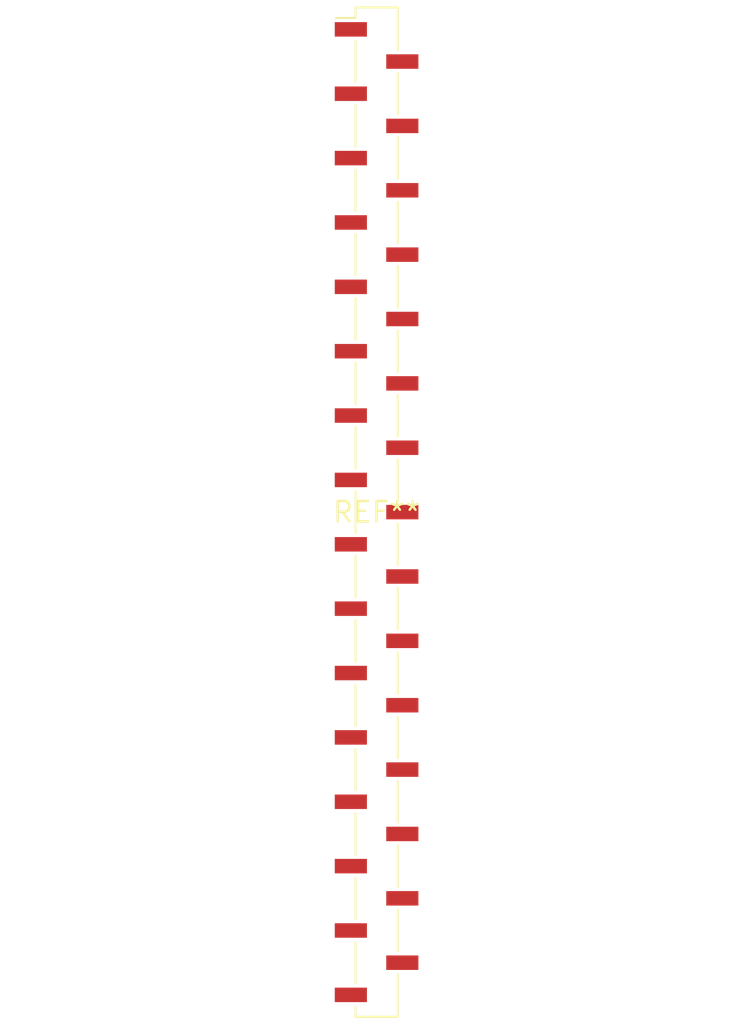
<source format=kicad_pcb>
(kicad_pcb (version 20240108) (generator pcbnew)
  (layers (0 "F.Cu" signal) (31 "B.Cu" signal) (34 "B.Paste" user) (35 "F.Paste" user) (36 "B.SilkS" user "B.Silkscreen") (37 "F.SilkS" user "F.Silkscreen") (38 "B.Mask" user) (39 "F.Mask" user) (44 "Edge.Cuts" user))
  (net 0 "")
  (footprint "PinSocket_1x31_P2.00mm_Vertical_SMD_Pin1Left" (layer "F.Cu") (at 0 0)
    (property "Reference" "REF**")
    (property "Value" "PinSocket_1x31_P2.00mm_Vertical_SMD_Pin1Left")
    (fp_line (start -2.54 -30.71) (end -1.31 -30.71) (layer "F.SilkS") (stroke (width 0.12)))
    (fp_line (start -1.31 -31.36) (end -1.31 -30.71) (layer "F.SilkS") (stroke (width 0.12)))
    (fp_line (start -1.31 -31.36) (end 1.31 -31.36) (layer "F.SilkS") (stroke (width 0.12)))
    (fp_line (start -1.31 -29.29) (end -1.31 -26.71) (layer "F.SilkS") (stroke (width 0.12)))
    (fp_line (start -1.31 -25.29) (end -1.31 -22.71) (layer "F.SilkS") (stroke (width 0.12)))
    (fp_line (start -1.31 -21.29) (end -1.31 -18.71) (layer "F.SilkS") (stroke (width 0.12)))
    (fp_line (start -1.31 -17.29) (end -1.31 -14.71) (layer "F.SilkS") (stroke (width 0.12)))
    (fp_line (start -1.31 -13.29) (end -1.31 -10.71) (layer "F.SilkS") (stroke (width 0.12)))
    (fp_line (start -1.31 -9.29) (end -1.31 -6.71) (layer "F.SilkS") (stroke (width 0.12)))
    (fp_line (start -1.31 -5.29) (end -1.31 -2.71) (layer "F.SilkS") (stroke (width 0.12)))
    (fp_line (start -1.31 -1.29) (end -1.31 1.29) (layer "F.SilkS") (stroke (width 0.12)))
    (fp_line (start -1.31 2.71) (end -1.31 5.29) (layer "F.SilkS") (stroke (width 0.12)))
    (fp_line (start -1.31 6.71) (end -1.31 9.29) (layer "F.SilkS") (stroke (width 0.12)))
    (fp_line (start -1.31 10.71) (end -1.31 13.29) (layer "F.SilkS") (stroke (width 0.12)))
    (fp_line (start -1.31 14.71) (end -1.31 17.29) (layer "F.SilkS") (stroke (width 0.12)))
    (fp_line (start -1.31 18.71) (end -1.31 21.29) (layer "F.SilkS") (stroke (width 0.12)))
    (fp_line (start -1.31 22.71) (end -1.31 25.29) (layer "F.SilkS") (stroke (width 0.12)))
    (fp_line (start -1.31 26.71) (end -1.31 29.29) (layer "F.SilkS") (stroke (width 0.12)))
    (fp_line (start -1.31 30.71) (end -1.31 31.36) (layer "F.SilkS") (stroke (width 0.12)))
    (fp_line (start -1.31 31.36) (end 1.31 31.36) (layer "F.SilkS") (stroke (width 0.12)))
    (fp_line (start 1.31 -31.36) (end 1.31 -28.71) (layer "F.SilkS") (stroke (width 0.12)))
    (fp_line (start 1.31 -27.29) (end 1.31 -24.71) (layer "F.SilkS") (stroke (width 0.12)))
    (fp_line (start 1.31 -23.29) (end 1.31 -20.71) (layer "F.SilkS") (stroke (width 0.12)))
    (fp_line (start 1.31 -19.29) (end 1.31 -16.71) (layer "F.SilkS") (stroke (width 0.12)))
    (fp_line (start 1.31 -15.29) (end 1.31 -12.71) (layer "F.SilkS") (stroke (width 0.12)))
    (fp_line (start 1.31 -11.29) (end 1.31 -8.71) (layer "F.SilkS") (stroke (width 0.12)))
    (fp_line (start 1.31 -7.29) (end 1.31 -4.71) (layer "F.SilkS") (stroke (width 0.12)))
    (fp_line (start 1.31 -3.29) (end 1.31 -0.71) (layer "F.SilkS") (stroke (width 0.12)))
    (fp_line (start 1.31 0.71) (end 1.31 3.29) (layer "F.SilkS") (stroke (width 0.12)))
    (fp_line (start 1.31 4.71) (end 1.31 7.29) (layer "F.SilkS") (stroke (width 0.12)))
    (fp_line (start 1.31 8.71) (end 1.31 11.29) (layer "F.SilkS") (stroke (width 0.12)))
    (fp_line (start 1.31 12.71) (end 1.31 15.29) (layer "F.SilkS") (stroke (width 0.12)))
    (fp_line (start 1.31 16.71) (end 1.31 19.29) (layer "F.SilkS") (stroke (width 0.12)))
    (fp_line (start 1.31 20.71) (end 1.31 23.29) (layer "F.SilkS") (stroke (width 0.12)))
    (fp_line (start 1.31 24.71) (end 1.31 27.29) (layer "F.SilkS") (stroke (width 0.12)))
    (fp_line (start 1.31 28.71) (end 1.31 31.36) (layer "F.SilkS") (stroke (width 0.12)))
    (pad "1" smd rect (at -1.6 -30) (size 2 0.9) (layers "F.Cu" "F.Paste" "F.Mask"))
    (pad "2" smd rect (at 1.6 -28) (size 2 0.9) (layers "F.Cu" "F.Paste" "F.Mask"))
    (pad "3" smd rect (at -1.6 -26) (size 2 0.9) (layers "F.Cu" "F.Paste" "F.Mask"))
    (pad "4" smd rect (at 1.6 -24) (size 2 0.9) (layers "F.Cu" "F.Paste" "F.Mask"))
    (pad "5" smd rect (at -1.6 -22) (size 2 0.9) (layers "F.Cu" "F.Paste" "F.Mask"))
    (pad "6" smd rect (at 1.6 -20) (size 2 0.9) (layers "F.Cu" "F.Paste" "F.Mask"))
    (pad "7" smd rect (at -1.6 -18) (size 2 0.9) (layers "F.Cu" "F.Paste" "F.Mask"))
    (pad "8" smd rect (at 1.6 -16) (size 2 0.9) (layers "F.Cu" "F.Paste" "F.Mask"))
    (pad "9" smd rect (at -1.6 -14) (size 2 0.9) (layers "F.Cu" "F.Paste" "F.Mask"))
    (pad "10" smd rect (at 1.6 -12) (size 2 0.9) (layers "F.Cu" "F.Paste" "F.Mask"))
    (pad "11" smd rect (at -1.6 -10) (size 2 0.9) (layers "F.Cu" "F.Paste" "F.Mask"))
    (pad "12" smd rect (at 1.6 -8) (size 2 0.9) (layers "F.Cu" "F.Paste" "F.Mask"))
    (pad "13" smd rect (at -1.6 -6) (size 2 0.9) (layers "F.Cu" "F.Paste" "F.Mask"))
    (pad "14" smd rect (at 1.6 -4) (size 2 0.9) (layers "F.Cu" "F.Paste" "F.Mask"))
    (pad "15" smd rect (at -1.6 -2) (size 2 0.9) (layers "F.Cu" "F.Paste" "F.Mask"))
    (pad "16" smd rect (at 1.6 0) (size 2 0.9) (layers "F.Cu" "F.Paste" "F.Mask"))
    (pad "17" smd rect (at -1.6 2) (size 2 0.9) (layers "F.Cu" "F.Paste" "F.Mask"))
    (pad "18" smd rect (at 1.6 4) (size 2 0.9) (layers "F.Cu" "F.Paste" "F.Mask"))
    (pad "19" smd rect (at -1.6 6) (size 2 0.9) (layers "F.Cu" "F.Paste" "F.Mask"))
    (pad "20" smd rect (at 1.6 8) (size 2 0.9) (layers "F.Cu" "F.Paste" "F.Mask"))
    (pad "21" smd rect (at -1.6 10) (size 2 0.9) (layers "F.Cu" "F.Paste" "F.Mask"))
    (pad "22" smd rect (at 1.6 12) (size 2 0.9) (layers "F.Cu" "F.Paste" "F.Mask"))
    (pad "23" smd rect (at -1.6 14) (size 2 0.9) (layers "F.Cu" "F.Paste" "F.Mask"))
    (pad "24" smd rect (at 1.6 16) (size 2 0.9) (layers "F.Cu" "F.Paste" "F.Mask"))
    (pad "25" smd rect (at -1.6 18) (size 2 0.9) (layers "F.Cu" "F.Paste" "F.Mask"))
    (pad "26" smd rect (at 1.6 20) (size 2 0.9) (layers "F.Cu" "F.Paste" "F.Mask"))
    (pad "27" smd rect (at -1.6 22) (size 2 0.9) (layers "F.Cu" "F.Paste" "F.Mask"))
    (pad "28" smd rect (at 1.6 24) (size 2 0.9) (layers "F.Cu" "F.Paste" "F.Mask"))
    (pad "29" smd rect (at -1.6 26) (size 2 0.9) (layers "F.Cu" "F.Paste" "F.Mask"))
    (pad "30" smd rect (at 1.6 28) (size 2 0.9) (layers "F.Cu" "F.Paste" "F.Mask"))
    (pad "31" smd rect (at -1.6 30) (size 2 0.9) (layers "F.Cu" "F.Paste" "F.Mask"))
  )
)
</source>
